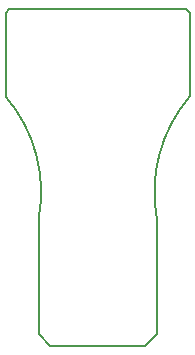
<source format=gm1>
G04 #@! TF.GenerationSoftware,KiCad,Pcbnew,(5.1.4-0)*
G04 #@! TF.CreationDate,2019-08-21T14:14:19+03:00*
G04 #@! TF.ProjectId,AVR_ISP_With_POGO_Pin,4156525f-4953-4505-9f57-6974685f504f,rev?*
G04 #@! TF.SameCoordinates,PX80efd00PY76109c0*
G04 #@! TF.FileFunction,Profile,NP*
%FSLAX46Y46*%
G04 Gerber Fmt 4.6, Leading zero omitted, Abs format (unit mm)*
G04 Created by KiCad (PCBNEW (5.1.4-0)) date 2019-08-21 14:14:19*
%MOMM*%
%LPD*%
G04 APERTURE LIST*
%ADD10C,0.150000*%
G04 APERTURE END LIST*
D10*
X15600305Y21099739D02*
G75*
G03X12800000Y10800000I9449695J-8099739D01*
G01*
X2802675Y10749507D02*
G75*
G03X0Y21100000I-12202675J2250493D01*
G01*
X11800000Y0D02*
X12800000Y1000000D01*
X2800000Y1000000D02*
X3800000Y0D01*
X0Y28200000D02*
X300000Y28500000D01*
X15300000Y28500000D02*
X15600000Y28200000D01*
X11800000Y0D02*
X3800000Y0D01*
X12800000Y10800000D02*
X12800000Y1000000D01*
X15600000Y28200000D02*
X15600000Y21100000D01*
X300000Y28500000D02*
X15300000Y28500000D01*
X0Y21100000D02*
X0Y28200000D01*
X2800000Y1000000D02*
X2800000Y10750000D01*
M02*

</source>
